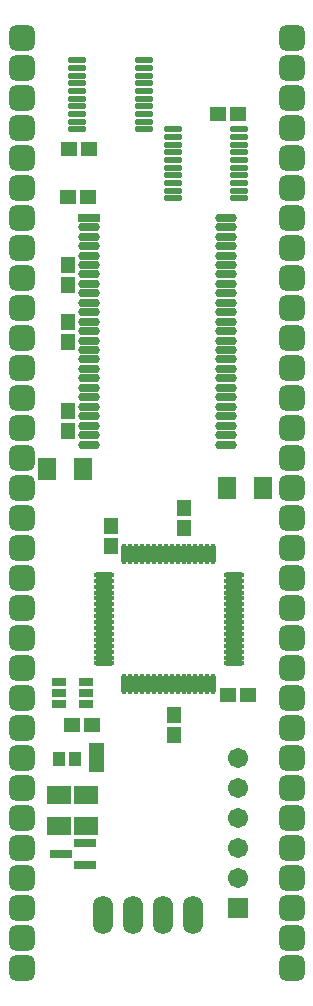
<source format=gts>
G04 Layer_Color=20142*
%FSLAX24Y24*%
%MOIN*%
G70*
G01*
G75*
%ADD40R,0.0572X0.0513*%
%ADD41R,0.0789X0.0631*%
%ADD42R,0.0513X0.0572*%
%ADD43O,0.0631X0.0218*%
%ADD44R,0.0749X0.0316*%
%ADD45R,0.0454X0.0316*%
%ADD46O,0.0690X0.0178*%
%ADD47O,0.0178X0.0690*%
%ADD48R,0.0434X0.0493*%
%ADD49R,0.0480X0.0280*%
%ADD50R,0.0592X0.0769*%
%ADD51O,0.0730X0.0297*%
%ADD52R,0.0730X0.0297*%
%ADD53C,0.0671*%
%ADD54R,0.0671X0.0671*%
%ADD55O,0.0671X0.1280*%
G04:AMPARAMS|DCode=56|XSize=86.7mil|YSize=86.7mil|CornerRadius=23.7mil|HoleSize=0mil|Usage=FLASHONLY|Rotation=0.000|XOffset=0mil|YOffset=0mil|HoleType=Round|Shape=RoundedRectangle|*
%AMROUNDEDRECTD56*
21,1,0.0867,0.0394,0,0,0.0*
21,1,0.0394,0.0867,0,0,0.0*
1,1,0.0474,0.0197,-0.0197*
1,1,0.0474,-0.0197,-0.0197*
1,1,0.0474,-0.0197,0.0197*
1,1,0.0474,0.0197,0.0197*
%
%ADD56ROUNDEDRECTD56*%
G36*
X23480Y23320D02*
X23000D01*
Y24300D01*
X23480D01*
Y23320D01*
D02*
G37*
D40*
X28300Y25900D02*
D03*
X27631Y25900D02*
D03*
X27300Y45250D02*
D03*
X27969D02*
D03*
X23000Y44100D02*
D03*
X22331D02*
D03*
X22950Y42500D02*
D03*
X22281D02*
D03*
X22421Y24880D02*
D03*
X23090D02*
D03*
D41*
X22900Y21538D02*
D03*
Y22562D02*
D03*
X22000Y21538D02*
D03*
Y22562D02*
D03*
D42*
X22300Y37650D02*
D03*
Y38319D02*
D03*
Y35350D02*
D03*
Y34681D02*
D03*
Y39550D02*
D03*
Y40219D02*
D03*
X23710Y30851D02*
D03*
Y31520D02*
D03*
X25810Y25239D02*
D03*
Y24570D02*
D03*
X26160Y31451D02*
D03*
Y32120D02*
D03*
D43*
X25798Y44752D02*
D03*
Y44496D02*
D03*
Y44240D02*
D03*
Y43984D02*
D03*
Y43728D02*
D03*
Y43472D02*
D03*
Y43216D02*
D03*
Y42960D02*
D03*
Y42704D02*
D03*
Y42448D02*
D03*
X28002Y44752D02*
D03*
Y44496D02*
D03*
Y44240D02*
D03*
Y43984D02*
D03*
Y43728D02*
D03*
Y43472D02*
D03*
Y43216D02*
D03*
Y42960D02*
D03*
Y42704D02*
D03*
Y42448D02*
D03*
X24812Y44748D02*
D03*
Y45004D02*
D03*
Y45260D02*
D03*
Y45516D02*
D03*
Y45772D02*
D03*
Y46028D02*
D03*
Y46284D02*
D03*
Y46540D02*
D03*
Y46796D02*
D03*
Y47052D02*
D03*
X22608Y44748D02*
D03*
Y45004D02*
D03*
Y45260D02*
D03*
Y45516D02*
D03*
Y45772D02*
D03*
Y46028D02*
D03*
Y46284D02*
D03*
Y46540D02*
D03*
Y46796D02*
D03*
Y47052D02*
D03*
D44*
X22844Y20226D02*
D03*
Y20974D02*
D03*
X22056Y20600D02*
D03*
D45*
X22883Y25586D02*
D03*
Y25960D02*
D03*
Y26334D02*
D03*
X21997Y25586D02*
D03*
Y25960D02*
D03*
Y26334D02*
D03*
D46*
X23475Y29896D02*
D03*
Y29700D02*
D03*
Y29503D02*
D03*
Y29306D02*
D03*
Y29109D02*
D03*
Y28912D02*
D03*
Y28715D02*
D03*
Y28518D02*
D03*
Y28322D02*
D03*
Y28125D02*
D03*
Y27928D02*
D03*
Y27731D02*
D03*
Y27534D02*
D03*
Y27337D02*
D03*
Y27140D02*
D03*
Y26944D02*
D03*
X27825D02*
D03*
Y27140D02*
D03*
Y27337D02*
D03*
Y27534D02*
D03*
Y27731D02*
D03*
Y27928D02*
D03*
Y28125D02*
D03*
Y28322D02*
D03*
Y28518D02*
D03*
Y28715D02*
D03*
Y28912D02*
D03*
Y29109D02*
D03*
Y29306D02*
D03*
Y29503D02*
D03*
Y29700D02*
D03*
Y29896D02*
D03*
D47*
X24174Y26245D02*
D03*
X24370D02*
D03*
X24567D02*
D03*
X24764D02*
D03*
X24961D02*
D03*
X25158D02*
D03*
X25355D02*
D03*
X25552D02*
D03*
X25748D02*
D03*
X25945D02*
D03*
X26142D02*
D03*
X26339D02*
D03*
X26536D02*
D03*
X26733D02*
D03*
X26930D02*
D03*
X27126D02*
D03*
Y30595D02*
D03*
X26930D02*
D03*
X26733D02*
D03*
X26536D02*
D03*
X26339D02*
D03*
X26142D02*
D03*
X25945D02*
D03*
X25748D02*
D03*
X25552D02*
D03*
X25355D02*
D03*
X25158D02*
D03*
X24961D02*
D03*
X24764D02*
D03*
X24567D02*
D03*
X24370D02*
D03*
X24174D02*
D03*
D48*
X21984Y23750D02*
D03*
X22516D02*
D03*
D49*
X23240Y23460D02*
D03*
Y23810D02*
D03*
Y24160D02*
D03*
D50*
X22791Y33430D02*
D03*
X21590D02*
D03*
X27599Y32800D02*
D03*
X28800D02*
D03*
D51*
X27551Y34241D02*
D03*
Y34556D02*
D03*
Y34871D02*
D03*
Y35186D02*
D03*
Y35501D02*
D03*
Y35816D02*
D03*
Y36131D02*
D03*
Y36446D02*
D03*
Y36761D02*
D03*
Y37076D02*
D03*
Y37391D02*
D03*
Y37706D02*
D03*
Y38020D02*
D03*
Y38335D02*
D03*
Y38650D02*
D03*
Y38965D02*
D03*
Y39280D02*
D03*
Y39595D02*
D03*
Y39910D02*
D03*
Y40225D02*
D03*
Y40540D02*
D03*
Y40855D02*
D03*
Y41170D02*
D03*
Y41485D02*
D03*
Y41800D02*
D03*
X23000Y34241D02*
D03*
Y34556D02*
D03*
Y34871D02*
D03*
Y35186D02*
D03*
Y35501D02*
D03*
Y35816D02*
D03*
Y36131D02*
D03*
Y36446D02*
D03*
Y36761D02*
D03*
Y37076D02*
D03*
Y37391D02*
D03*
Y37706D02*
D03*
Y38020D02*
D03*
Y38335D02*
D03*
Y38650D02*
D03*
Y38965D02*
D03*
Y39280D02*
D03*
Y39595D02*
D03*
Y39910D02*
D03*
Y40225D02*
D03*
Y40540D02*
D03*
Y40855D02*
D03*
Y41170D02*
D03*
Y41485D02*
D03*
D52*
Y41800D02*
D03*
D53*
X27950Y23800D02*
D03*
Y22800D02*
D03*
Y21800D02*
D03*
Y20800D02*
D03*
Y19800D02*
D03*
D54*
Y18800D02*
D03*
D55*
X26450Y18550D02*
D03*
X25450D02*
D03*
X24450D02*
D03*
X23450D02*
D03*
D56*
X20750Y47800D02*
D03*
Y46800D02*
D03*
Y45800D02*
D03*
Y44800D02*
D03*
Y43800D02*
D03*
Y42800D02*
D03*
Y41800D02*
D03*
Y40800D02*
D03*
Y39800D02*
D03*
Y38800D02*
D03*
Y37800D02*
D03*
Y36800D02*
D03*
Y35800D02*
D03*
Y34800D02*
D03*
Y33800D02*
D03*
Y32800D02*
D03*
Y31800D02*
D03*
Y30800D02*
D03*
Y29800D02*
D03*
Y28800D02*
D03*
Y27800D02*
D03*
Y26800D02*
D03*
Y25800D02*
D03*
Y24800D02*
D03*
Y23800D02*
D03*
Y22800D02*
D03*
Y21800D02*
D03*
Y20800D02*
D03*
Y19800D02*
D03*
Y18800D02*
D03*
Y17800D02*
D03*
Y16800D02*
D03*
X29750Y47800D02*
D03*
Y46800D02*
D03*
Y45800D02*
D03*
Y44800D02*
D03*
Y43800D02*
D03*
Y42800D02*
D03*
Y41800D02*
D03*
Y40800D02*
D03*
Y39800D02*
D03*
Y38800D02*
D03*
Y37800D02*
D03*
Y36800D02*
D03*
Y35800D02*
D03*
Y34800D02*
D03*
Y33800D02*
D03*
Y32800D02*
D03*
Y31800D02*
D03*
Y30800D02*
D03*
Y29800D02*
D03*
Y28800D02*
D03*
Y27800D02*
D03*
Y26800D02*
D03*
Y25800D02*
D03*
Y24800D02*
D03*
Y23800D02*
D03*
Y22800D02*
D03*
Y21800D02*
D03*
Y20800D02*
D03*
Y19800D02*
D03*
Y18800D02*
D03*
Y17800D02*
D03*
Y16800D02*
D03*
M02*

</source>
